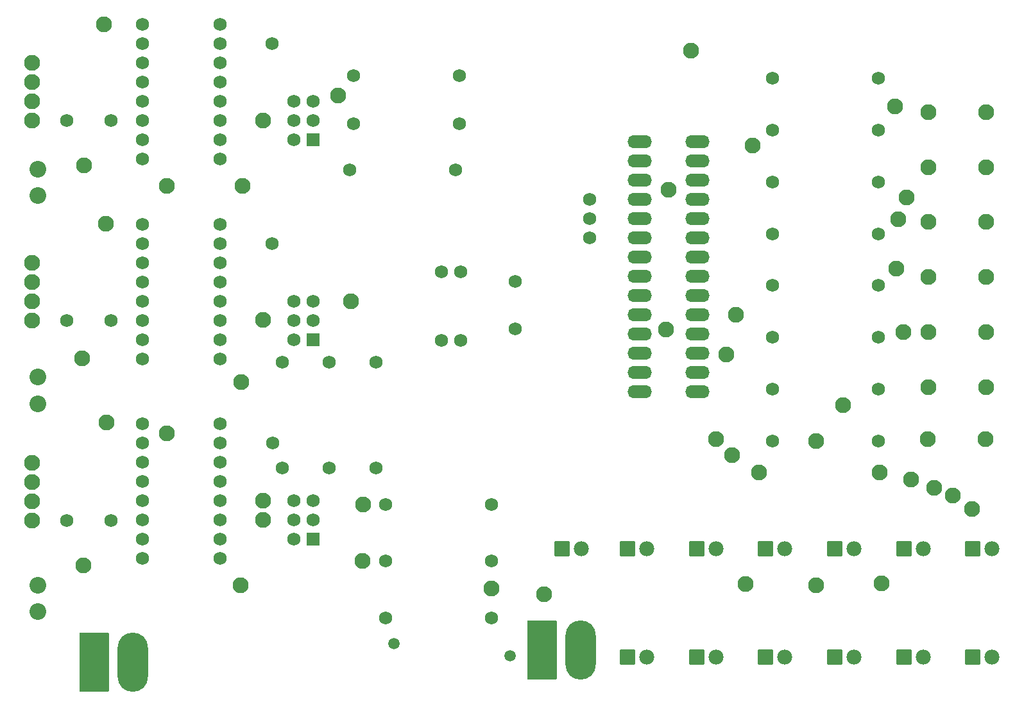
<source format=gts>
G04 Layer: TopSolderMaskLayer*
G04 EasyEDA v6.5.22, 2023-01-15 02:32:39*
G04 0bdbfba1a4ec4b7484ebadf12ba1fff0,1155796f3fab4927abb0b91c794f2a8a,10*
G04 Gerber Generator version 0.2*
G04 Scale: 100 percent, Rotated: No, Reflected: No *
G04 Dimensions in millimeters *
G04 leading zeros omitted , absolute positions ,4 integer and 5 decimal *
%FSLAX45Y45*%
%MOMM*%

%AMMACRO1*1,1,$1,$2,$3*1,1,$1,$4,$5*1,1,$1,0-$2,0-$3*1,1,$1,0-$4,0-$5*20,1,$1,$2,$3,$4,$5,0*20,1,$1,$4,$5,0-$2,0-$3,0*20,1,$1,0-$2,0-$3,0-$4,0-$5,0*20,1,$1,0-$4,0-$5,$2,$3,0*4,1,4,$2,$3,$4,$5,0-$2,0-$3,0-$4,0-$5,$2,$3,0*%
%ADD10MACRO1,0.1016X-1.905X-3.81X-1.905X3.81*%
%ADD11O,3.9116X7.7216*%
%ADD12O,4.0132X7.8232*%
%ADD13C,2.2032*%
%ADD14C,2.1016*%
%ADD15C,1.7272*%
%ADD16MACRO1,0.1016X-0.9398X0.9398X0.9398X0.9398*%
%ADD17C,1.9812*%
%ADD18MACRO1,0.2032X0.762X-0.762X-0.762X-0.762*%
%ADD19C,2.1020*%
%ADD20C,1.7280*%
%ADD21O,3.2031940000000003X1.703197*%
%ADD22C,1.5011*%
%ADD23C,0.0195*%

%LPD*%
D10*
G01*
X7772400Y685800D03*
D11*
G01*
X8280400Y685800D03*
D12*
G01*
X8280400Y685800D03*
D10*
G01*
X1866900Y520700D03*
D11*
G01*
X2374900Y520700D03*
D12*
G01*
X2374900Y520700D03*
D13*
G01*
X1123269Y7038675D03*
G01*
X1123269Y6688663D03*
G01*
X1123269Y4289127D03*
G01*
X1123269Y3939115D03*
G01*
X1123269Y1539575D03*
G01*
X1123269Y1189563D03*
D14*
G01*
X12862565Y3472769D03*
G01*
X13624565Y3472769D03*
G01*
X12875265Y4160685D03*
G01*
X13637265Y4160685D03*
G01*
X12875265Y4886703D03*
G01*
X13637265Y4886703D03*
G01*
X12875265Y7064753D03*
G01*
X13637265Y7064753D03*
G01*
X12875265Y6338735D03*
G01*
X13637265Y6338735D03*
G01*
X12875265Y5612719D03*
G01*
X13637265Y5612719D03*
G01*
X12875265Y7790769D03*
G01*
X13637265Y7790769D03*
D15*
G01*
X6698569Y5682569D03*
G01*
X6444569Y5682569D03*
G01*
X6698569Y4776726D03*
G01*
X6444569Y4776726D03*
D16*
G01*
X9812020Y593298D03*
D17*
G01*
X10066020Y593298D03*
D16*
G01*
X8900160Y593298D03*
D17*
G01*
X9154160Y593298D03*
D16*
G01*
X10723880Y593298D03*
D17*
G01*
X10977880Y593298D03*
D16*
G01*
X11635740Y593298D03*
D17*
G01*
X11889740Y593298D03*
D16*
G01*
X13459465Y593298D03*
D17*
G01*
X13713465Y593298D03*
D16*
G01*
X12547605Y593298D03*
D17*
G01*
X12801605Y593298D03*
D16*
G01*
X10723885Y2024969D03*
D17*
G01*
X10977885Y2024969D03*
D16*
G01*
X9812025Y2024969D03*
D17*
G01*
X10066025Y2024969D03*
D16*
G01*
X8900165Y2024969D03*
D17*
G01*
X9154165Y2024969D03*
D16*
G01*
X12547605Y2024969D03*
D17*
G01*
X12801605Y2024969D03*
D16*
G01*
X11635745Y2024969D03*
D17*
G01*
X11889745Y2024969D03*
D16*
G01*
X13459465Y2024969D03*
D17*
G01*
X13713465Y2024969D03*
D16*
G01*
X8036565Y2024969D03*
D17*
G01*
X8290565Y2024969D03*
D15*
G01*
X4501469Y7676469D03*
G01*
X4755469Y7676469D03*
G01*
X4501469Y7422469D03*
D18*
G01*
X4755469Y7422469D03*
D15*
G01*
X4755469Y7930469D03*
G01*
X4501469Y7930469D03*
G01*
X4501469Y5041219D03*
G01*
X4755469Y5041219D03*
G01*
X4501469Y4787219D03*
D18*
G01*
X4755469Y4787219D03*
D15*
G01*
X4755469Y5295219D03*
G01*
X4501469Y5295219D03*
G01*
X4501469Y2405969D03*
G01*
X4755469Y2405969D03*
G01*
X4501469Y2151969D03*
D18*
G01*
X4755469Y2151969D03*
D15*
G01*
X4755469Y2659969D03*
G01*
X4501469Y2659969D03*
D19*
G01*
X1047069Y7676464D03*
D14*
G01*
X1047069Y7930469D03*
G01*
X1047069Y8184469D03*
G01*
X1047069Y8438469D03*
G01*
X1047069Y5034869D03*
G01*
X1047069Y5288869D03*
G01*
X1047069Y5542869D03*
G01*
X1047069Y5796869D03*
G01*
X1047069Y2393269D03*
G01*
X1047069Y2647269D03*
G01*
X1047069Y2901269D03*
G01*
X1047069Y3155269D03*
D15*
G01*
X6635059Y7028769D03*
G01*
X5238059Y7028769D03*
G01*
X6685859Y7638369D03*
G01*
X5288859Y7638369D03*
G01*
X6685859Y8273369D03*
G01*
X5288859Y8273369D03*
G01*
X5580969Y3091779D03*
G01*
X5580969Y4488779D03*
G01*
X4965019Y3091779D03*
G01*
X4965019Y4488779D03*
G01*
X4349069Y3091779D03*
G01*
X4349069Y4488779D03*
G01*
X7104999Y2609179D03*
G01*
X5707999Y2609179D03*
G01*
X7104999Y1859879D03*
G01*
X5707999Y1859879D03*
G01*
X7104999Y1110579D03*
G01*
X5707999Y1110579D03*
G01*
X10811525Y3447369D03*
G01*
X12208525Y3447369D03*
G01*
X10811525Y4131355D03*
G01*
X12208525Y4131355D03*
G01*
X10811525Y4815344D03*
G01*
X12208525Y4815344D03*
G01*
X10811525Y6867296D03*
G01*
X12208525Y6867296D03*
G01*
X10811525Y6183315D03*
G01*
X12208525Y6183315D03*
G01*
X10811525Y5499331D03*
G01*
X12208525Y5499331D03*
G01*
X10811525Y8235269D03*
G01*
X12208525Y8235269D03*
G01*
X10811525Y7551282D03*
G01*
X12208525Y7551282D03*
G01*
X2503073Y8946469D03*
G01*
X2503073Y8692469D03*
G01*
X2503073Y8438469D03*
G01*
X2503073Y8184469D03*
D20*
G01*
X2503068Y7676464D03*
D15*
G01*
X2503073Y7422469D03*
G01*
X2503073Y7168469D03*
G01*
X2503073Y7930469D03*
G01*
X3528065Y8946469D03*
G01*
X3528065Y8692469D03*
G01*
X3528065Y8438469D03*
G01*
X3528065Y8184469D03*
G01*
X3528065Y7930469D03*
G01*
X3528065Y7676469D03*
G01*
X3528065Y7422469D03*
G01*
X3528065Y7168469D03*
G01*
X2503073Y6311219D03*
G01*
X2503073Y6057219D03*
G01*
X2503073Y5803219D03*
G01*
X2503073Y5549219D03*
G01*
X2503073Y5041219D03*
G01*
X2503073Y4787219D03*
G01*
X2503073Y4533219D03*
G01*
X2503073Y5295219D03*
G01*
X3528065Y6311219D03*
G01*
X3528065Y6057219D03*
G01*
X3528065Y5803219D03*
G01*
X3528065Y5549219D03*
G01*
X3528065Y5295219D03*
G01*
X3528065Y5041219D03*
G01*
X3528065Y4787219D03*
G01*
X3528065Y4533219D03*
G01*
X2503073Y3675969D03*
G01*
X2503073Y3421969D03*
G01*
X2503073Y3167969D03*
G01*
X2503073Y2913969D03*
G01*
X2503073Y2405969D03*
G01*
X2503073Y2151969D03*
G01*
X2503073Y1897969D03*
G01*
X2503073Y2659969D03*
G01*
X3528065Y3675969D03*
G01*
X3528065Y3421969D03*
G01*
X3528065Y3167969D03*
G01*
X3528065Y2913969D03*
G01*
X3528065Y2659969D03*
G01*
X3528065Y2405969D03*
G01*
X3528065Y2151969D03*
G01*
X3528065Y1897969D03*
D21*
G01*
X9060769Y7397069D03*
G01*
X9060769Y7143069D03*
G01*
X9060769Y6889069D03*
G01*
X9060769Y6635069D03*
G01*
X9060769Y6381069D03*
G01*
X9060769Y6127069D03*
G01*
X9060769Y5873069D03*
G01*
X9060769Y5619069D03*
G01*
X9060769Y5365069D03*
G01*
X9060769Y5111069D03*
G01*
X9060769Y4857069D03*
G01*
X9060769Y4603069D03*
G01*
X9060769Y4349069D03*
G01*
X9060769Y4095069D03*
G01*
X9822769Y4095069D03*
G01*
X9822769Y4349069D03*
G01*
X9822769Y4603069D03*
G01*
X9822769Y4857069D03*
G01*
X9822769Y5111069D03*
G01*
X9822769Y5365069D03*
G01*
X9822769Y5619069D03*
G01*
X9822769Y5873069D03*
G01*
X9822769Y6127069D03*
G01*
X9822769Y6381069D03*
G01*
X9822769Y6635069D03*
G01*
X9822769Y6889069D03*
G01*
X9822769Y7143069D03*
G01*
X9822769Y7397069D03*
D15*
G01*
X7421859Y4929789D03*
G01*
X7421859Y5554781D03*
G01*
X4222069Y3421969D03*
G01*
X4209369Y6050869D03*
G01*
X4209369Y8692469D03*
G01*
X8400369Y6127069D03*
G01*
X8400369Y6381069D03*
G01*
X8400369Y6635069D03*
G01*
X1504269Y2393269D03*
G01*
X2088469Y2393269D03*
D20*
G01*
X1504269Y5034848D03*
G01*
X2088469Y5034848D03*
G01*
X1504269Y7676443D03*
G01*
X2088469Y7676443D03*
D19*
G01*
X5415869Y2609179D03*
G01*
X5403169Y1859879D03*
G01*
X4093639Y2659969D03*
G01*
X4093639Y2405969D03*
G01*
X5250769Y5288869D03*
G01*
X4095069Y5047569D03*
G01*
X4092493Y7676469D03*
G01*
X5085669Y8006669D03*
G01*
X2825069Y6812351D03*
G01*
X3817729Y6815381D03*
G01*
X3807465Y4222069D03*
G01*
X3794841Y1542369D03*
G01*
X2825069Y3548969D03*
G01*
X12227565Y3028269D03*
G01*
X12646741Y2939369D03*
G01*
X12951541Y2825069D03*
G01*
X13192841Y2723469D03*
G01*
X13446765Y2545669D03*
G01*
X10551165Y7346269D03*
G01*
X12427153Y7866969D03*
G01*
X12579553Y6660469D03*
G01*
X12474681Y6375252D03*
G01*
X12444128Y5720669D03*
G01*
X12540823Y4886787D03*
G01*
X11393683Y3447369D03*
G01*
X10462265Y1555069D03*
G01*
X11389365Y1542369D03*
G01*
X12253041Y1567769D03*
G01*
X10634157Y3028269D03*
G01*
X11745041Y3917269D03*
G01*
X10208265Y4590369D03*
G01*
X10335265Y5111069D03*
G01*
X10068565Y3472769D03*
G01*
X10284465Y3256869D03*
G01*
X9446341Y6762069D03*
G01*
X9408165Y4920569D03*
G01*
X9738441Y8603569D03*
G01*
X7104994Y1501787D03*
G01*
X7801836Y1421498D03*
G01*
X2029465Y3688669D03*
G01*
X2016765Y6317569D03*
G01*
X1991365Y8946469D03*
G01*
X1724205Y1800405D03*
G01*
X1700611Y4539569D03*
G01*
X1727202Y7086597D03*
D22*
G01*
X7353300Y609600D03*
G01*
X5819261Y767666D03*
M02*

</source>
